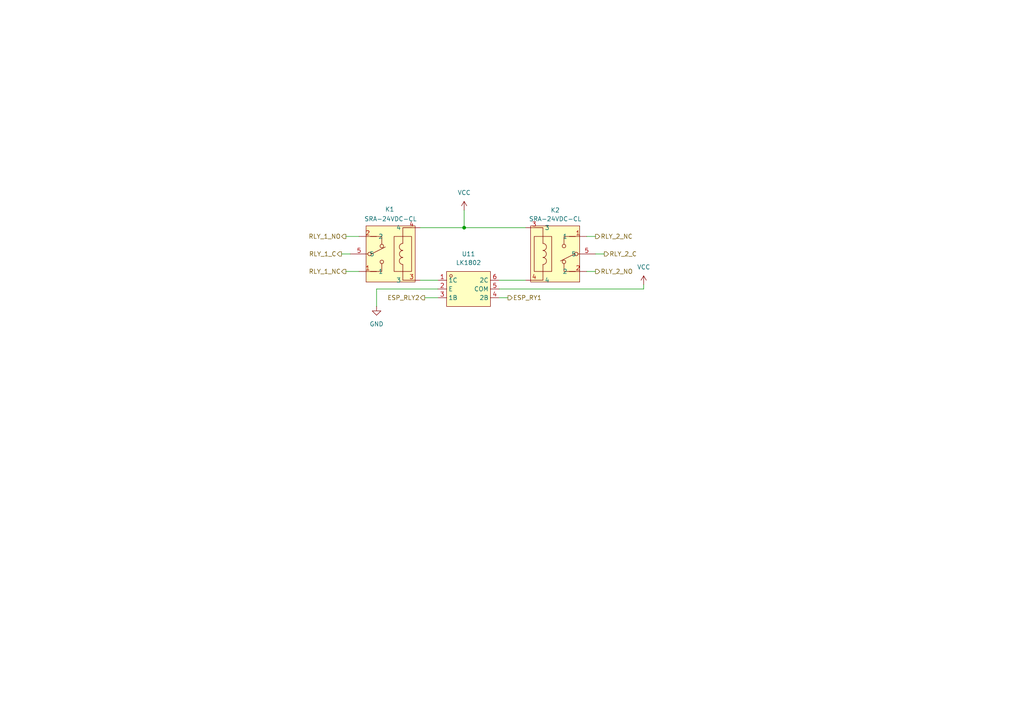
<source format=kicad_sch>
(kicad_sch (version 20250114) (generator "eeschema") (generator_version "9.0")
  (paper "A4")
  (lib_symbols
    (symbol "EasyEDA:GND" (power) (pin_numbers (hide yes)) (pin_names (offset 0) (hide yes))
      (property "Value" "GND" (at 0 -3.81 0))
      (symbol "GND_0_1"
        (polyline (pts (xy 0 0) (xy 0 -1.27) (xy 1.27 -1.27) (xy 0 -2.54) (xy -1.27 -1.27) (xy 0 -1.27)))
      )
      (symbol "GND_1_1"
        (pin power_in line (at 0 0 270) (length 0) (name "~") (number "1"))
      )
    )
    (symbol "EasyEDA:LK1802"
      (property "Reference" "U" (at 0 7.62 0))
      (property "Value" "LK1802" (at 0 -7.62 0))
      (symbol "LK1802_0_1"
        (rectangle (start -6.35 5.08) (end 6.35 -5.08) (fill (type background)))
        (circle (center -5.08 3.81) (radius 0.38))
        (pin unspecified line (at -8.89 2.54 0) (length 2.54) (name "1C") (number "1"))
        (pin unspecified line (at -8.89 0 0) (length 2.54) (name "E") (number "2"))
        (pin unspecified line (at -8.89 -2.54 0) (length 2.54) (name "1B") (number "3"))
        (pin unspecified line (at 8.89 2.54 180) (length 2.54) (name "2C") (number "6"))
        (pin unspecified line (at 8.89 0 180) (length 2.54) (name "COM") (number "5"))
        (pin unspecified line (at 8.89 -2.54 180) (length 2.54) (name "2B") (number "4"))
      )
    )
    (symbol "EasyEDA:SRA-24VDC-CL"
      (property "Reference" "K" (at 0 12.7 0))
      (property "Value" "SRA-24VDC-CL" (at 0 -12.7 0))
      (symbol "SRA-24VDC-CL_0_1"
        (rectangle (start -8.64 8.13) (end 5.59 -8.13) (fill (type background)))
        (rectangle (start -7.62 5.08) (end -2.54 -5.08) (fill (type background)))
        (arc (start -5.08 1.02) (mid -4.0979 0) (end -5.08 -1.02))
        (arc (start -5.08 3.05) (mid -4.0743 2.035) (end -5.08 1.02))
        (arc (start -5.08 -1.02) (mid -4.0743 -2.035) (end -5.08 -3.05))
        (polyline (pts (xy -5.08 3.05) (xy -5.08 7.62) (xy -7.62 7.62)))
        (polyline (pts (xy -5.08 -3.05) (xy -5.08 -7.62) (xy -7.62 -7.62)))
        (polyline (pts (xy 0 -2.03) (xy 4.06 0)))
        (polyline (pts (xy 1.02 2.79) (xy 1.02 5.08) (xy 4.32 5.08)))
        (circle (center 1.02 2.29) (radius 0.51))
        (circle (center 1.02 -2.29) (radius 0.51))
        (polyline (pts (xy 1.02 -2.79) (xy 1.02 -5.08) (xy 4.32 -5.08)))
        (circle (center 4.57 0) (radius 0.51))
        (pin unspecified line (at -10.16 7.62 0) (length 5.08) (name "3") (number "3"))
        (pin unspecified line (at -10.16 -7.62 0) (length 5.08) (name "4") (number "4"))
        (pin unspecified line (at 7.62 5.08 180) (length 5.08) (name "1") (number "1"))
        (pin unspecified line (at 7.62 -5.08 180) (length 5.08) (name "2") (number "2"))
        (pin unspecified line (at 10.16 0 180) (length 5.08) (name "5") (number "5"))
      )
    )
    (symbol "EasyEDA:VCC" (power) (pin_numbers (hide yes)) (pin_names (offset 0) (hide yes))
      (property "Value" "VCC" (at 0 3.556 0))
      (symbol "VCC_0_1"
        (polyline (pts (xy -0.762 1.27) (xy 0 2.54)))
        (polyline (pts (xy 0 2.54) (xy 0.762 1.27)))
        (polyline (pts (xy 0 0) (xy 0 2.54)))
      )
      (symbol "VCC_1_1"
        (pin power_in line (at 0 0 90) (length 0) (name "~") (number "1"))
      )
    )
  )
  (junction (at 134.62 66.04))
  (wire (pts (xy 134.62 66.04) (xy 152.4 66.04)))
  (wire (pts (xy 172.72 78.74) (xy 170.18 78.74)))
  (wire (pts (xy 134.62 60.96) (xy 134.62 66.04)))
  (wire (pts (xy 123.19 86.36) (xy 127 86.36)))
  (wire (pts (xy 99.06 73.66) (xy 101.6 73.66)))
  (wire (pts (xy 170.18 68.58) (xy 172.72 68.58)))
  (wire (pts (xy 121.92 81.28) (xy 127 81.28)))
  (wire (pts (xy 121.92 66.04) (xy 134.62 66.04)))
  (wire (pts (xy 144.78 83.82) (xy 186.69 83.82)))
  (wire (pts (xy 109.22 83.82) (xy 127 83.82)))
  (wire (pts (xy 109.22 83.82) (xy 109.22 88.9)))
  (wire (pts (xy 175.26 73.66) (xy 172.72 73.66)))
  (wire (pts (xy 144.78 86.36) (xy 147.32 86.36)))
  (wire (pts (xy 144.78 81.28) (xy 152.4 81.28)))
  (wire (pts (xy 100.33 78.74) (xy 104.14 78.74)))
  (wire (pts (xy 186.69 82.55) (xy 186.69 83.82)))
  (wire (pts (xy 100.33 68.58) (xy 104.14 68.58)))
  (hierarchical_label "RLY_1_NC" (shape output) (at 100.33 78.74 180))
  (hierarchical_label "ESP_RLY2" (shape output) (at 123.19 86.36 180))
  (hierarchical_label "RLY_2_NO" (shape output) (at 172.72 78.74 0))
  (hierarchical_label "RLY_1_C" (shape output) (at 99.06 73.66 180))
  (hierarchical_label "ESP_RY1" (shape output) (at 147.32 86.36 0))
  (hierarchical_label "RLY_2_NC" (shape output) (at 172.72 68.58 0))
  (hierarchical_label "RLY_2_C" (shape output) (at 175.26 73.66 0))
  (hierarchical_label "RLY_1_NO" (shape output) (at 100.33 68.58 180))
  (symbol (lib_id "EasyEDA:VCC") (at 186.69 82.55 0) (unit 1)
    (property "Reference" "#PWR047" (effects (hide yes)))
    (property "Value" "VCC" (at 186.69 77.47 0))
    (property "Description" "Power symbol creates a global label with name \"VCC\"" (effects (hide yes)))
  )
  (symbol (lib_id "EasyEDA:SRA-24VDC-CL") (at 162.56 73.66 0) (unit 1)
    (property "Reference" "K2" (at 161.035 60.96 0))
    (property "Value" "SRA-24VDC-CL" (at 161.035 63.5 0))
    (property "Footprint" "EasyEDA:RELAY-TH_SRA-X-CX" (effects (hide yes)))
    (property "Datasheet" "https://lcsc.com/product-detail/Relays_SRA-24VDC-CL_C127865.html" (effects (hide yes)))
    (property "LCSC Part" "C127865" (effects (hide yes)))
  )
  (symbol (lib_id "EasyEDA:GND") (at 109.22 88.9 0) (unit 1)
    (property "Reference" "#PWR045" (effects (hide yes)))
    (property "Value" "GND" (at 109.22 93.98 0))
    (property "Description" "Power symbol creates a global label with name \"GND\" , ground" (effects (hide yes)))
  )
  (symbol (lib_id "EasyEDA:VCC") (at 134.62 60.96 0) (unit 1)
    (property "Reference" "#PWR046" (effects (hide yes)))
    (property "Value" "VCC" (at 134.62 55.88 0))
    (property "Description" "Power symbol creates a global label with name \"VCC\"" (effects (hide yes)))
  )
  (symbol (lib_id "EasyEDA:LK1802") (at 135.89 83.82 0) (unit 1)
    (property "Reference" "U11" (at 135.89 73.66 0))
    (property "Value" "LK1802" (at 135.89 76.2 0))
    (property "Footprint" "EasyEDA:SOT-23-6_L2.9-W1.6-P0.95-LS2.8-BR" (effects (hide yes)))
    (property "LCSC Part" "C2984831" (effects (hide yes)))
  )
  (symbol (lib_id "EasyEDA:SRA-24VDC-CL") (at 111.76 73.66 180) (unit 1)
    (property "Reference" "K1" (at 113.03 60.706 0))
    (property "Value" "SRA-24VDC-CL" (at 113.284 63.5 0))
    (property "Footprint" "EasyEDA:RELAY-TH_SRA-X-CX" (effects (hide yes)))
    (property "Datasheet" "https://lcsc.com/product-detail/Relays_SRA-24VDC-CL_C127865.html" (effects (hide yes)))
    (property "LCSC Part" "C127865" (effects (hide yes)))
  )
)
</source>
